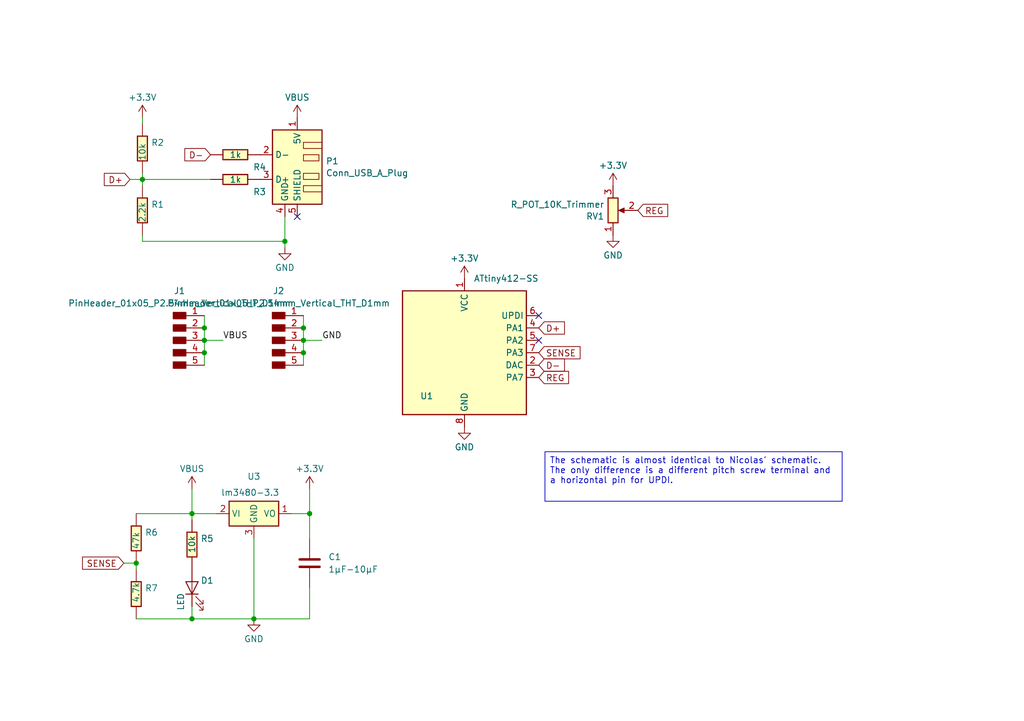
<source format=kicad_sch>
(kicad_sch (version 20231120) (generator "eeschema") (generator_version "8.0")
  (paper "A5")
  (title_block (title "Fabable QC hack with pot") (date "Jan 2024") (rev "2.0") (company "Original design by Nicolas De Coster (ULB)") (comment 1 "With a 3.5mm pitch screw terminal by Andri Sæmundsson ") (comment 2 "QC-Hack redesign"))
  (lib_symbols
    (symbol "Fab:Regulator_Linear_3.3V_100mA_TexasInstruments"
      (property "Reference" "U" (at -5.08 6.35 0))
      (property "Value" "Regulator_Linear_3.3V_100mA_TexasInstruments" (at -5.08 3.81 0))
      (symbol "Regulator_Linear_3.3V_100mA_TexasInstruments_0_1"
        (rectangle (start -5.08 2.54) (end 5.08 -2.54) (stroke (width 0.254)) (fill (type background)))
      )
      (symbol "Regulator_Linear_3.3V_100mA_TexasInstruments_1_1"
        (pin power_out line (at 7.62 0 180) (length 2.54) (name "VO") (number "1"))
        (pin power_in line (at -7.62 0 0) (length 2.54) (name "VI") (number "2"))
        (pin power_in line (at 0 -5.08 90) (length 2.54) (name "GND") (number "3"))
      )
    )
    (symbol "FabLab:C_1206" (pin_numbers hide)
      (property "Reference" "C" (at 0.635 2.54 0))
      (property "Value" "C_1206" (at 0.635 -2.54 0))
      (symbol "C_1206_0_1"
        (polyline (pts (xy -2.032 -0.762) (xy 2.032 -0.762)) (stroke (width 0.508)))
        (polyline (pts (xy -2.032 0.762) (xy 2.032 0.762)) (stroke (width 0.508)))
        (polyline (pts (xy 0 -0.635) (xy 0 -2.54)))
        (polyline (pts (xy 0 0.635) (xy 0 2.54)))
      )
      (symbol "C_1206_1_1"
        (pin passive line (at 0 5.08 270) (length 2.54) (name "~") (number "1"))
        (pin passive line (at 0 -5.08 90) (length 2.54) (name "~") (number "2"))
      )
    )
    (symbol "FabLab:Conn_USB_A_Plug"
      (property "Reference" "P" (at -5.08 8.89 0))
      (property "Value" "Conn_USB_A_Plug" (at 1.27 8.89 0))
      (symbol "Conn_USB_A_Plug_0_1"
        (rectangle (start -5.08 7.62) (end 5.08 -7.62) (stroke (width 0.254)) (fill (type background)))
        (rectangle (start 1.27 -3.81) (end 5.08 -5.08))
        (rectangle (start 1.27 -1.27) (end 4.445 -2.54))
        (rectangle (start 1.27 2.54) (end 4.445 1.27))
        (rectangle (start 1.27 5.08) (end 5.08 3.81))
      )
      (symbol "Conn_USB_A_Plug_1_1"
        (pin power_in line (at 0 10.16 270) (length 2.54) (name "5V") (number "1"))
        (pin bidirectional line (at -7.62 2.54 0) (length 2.54) (name "D-") (number "2"))
        (pin bidirectional line (at -7.62 -2.54 0) (length 2.54) (name "D+") (number "3"))
        (pin power_in line (at -2.54 -10.16 90) (length 2.54) (name "GND") (number "4"))
        (pin passive line (at 0 -10.16 90) (length 2.54) (name "SHIELD") (number "5"))
      )
    )
    (symbol "FabLab:LED_1206" (pin_numbers hide) (pin_names (offset 1.016) hide)
      (property "Reference" "D" (at 0 2.54 0))
      (property "Value" "LED_1206" (at 0 -2.54 0))
      (symbol "LED_1206_0_1"
        (polyline (pts (xy -1.27 -1.27) (xy -1.27 1.27)) (stroke (width 0.2032)))
        (polyline (pts (xy -1.27 0) (xy 1.27 0)))
        (polyline (pts (xy 1.27 -1.27) (xy 1.27 1.27) (xy -1.27 0) (xy 1.27 -1.27)) (stroke (width 0.2032)))
        (polyline (pts (xy -3.048 -0.762) (xy -4.572 -2.286) (xy -3.81 -2.286) (xy -4.572 -2.286) (xy -4.572 -1.524)))
        (polyline (pts (xy -1.778 -0.762) (xy -3.302 -2.286) (xy -2.54 -2.286) (xy -3.302 -2.286) (xy -3.302 -1.524)))
      )
      (symbol "LED_1206_1_1"
        (pin passive line (at -3.81 0 0) (length 2.54) (name "K") (number "1"))
        (pin passive line (at 3.81 0 180) (length 2.54) (name "A") (number "2"))
      )
    )
    (symbol "FabLab:R_1206" (pin_numbers hide) (pin_names (offset 0))
      (property "Reference" "R" (at 2.54 0 90))
      (property "Value" "R_1206" (at -2.54 0 90))
      (symbol "R_1206_0_1"
        (rectangle (start -1.016 -2.54) (end 1.016 2.54) (stroke (width 0.254)) (fill (type background)))
      )
      (symbol "R_1206_1_1"
        (pin passive line (at 0 5.08 270) (length 2.54) (name "~") (number "1"))
        (pin passive line (at 0 -5.08 90) (length 2.54) (name "~") (number "2"))
      )
    )
    (symbol "FabLab:R_POT_10K_Trimmer" (pin_names (offset 1.016) hide)
      (property "Reference" "RV" (at -5.08 0 90))
      (property "Value" "R_POT_10K_Trimmer" (at -2.54 0 90))
      (symbol "R_POT_10K_Trimmer_0_1"
        (polyline (pts (xy 2.54 0) (xy 1.524 0)))
        (polyline (pts (xy 1.143 0) (xy 2.286 0.508) (xy 2.286 -0.508) (xy 1.143 0)) (fill (type outline)))
        (rectangle (start 1.016 2.54) (end -1.016 -2.54) (stroke (width 0.254)) (fill (type background)))
      )
      (symbol "R_POT_10K_Trimmer_1_1"
        (pin passive line (at 0 5.08 270) (length 2.54) (name "1") (number "1"))
        (pin passive line (at 5.08 0 180) (length 2.54) (name "2") (number "2"))
        (pin passive line (at 0 -5.08 90) (length 2.54) (name "3") (number "3"))
      )
    )
    (symbol "MCU_Microchip_ATtiny:ATtiny412-SS"
      (property "Reference" "U1" (at -6.35 -8.89 0))
      (property "Value" "ATtiny412-SS" (at 15.24 15.24 0))
      (symbol "ATtiny412-SS_0_1"
        (rectangle (start -12.7 12.7) (end 12.7 -12.7) (stroke (width 0.254)) (fill (type background)))
      )
      (symbol "ATtiny412-SS_1_1"
        (pin power_in line (at 0 15.24 270) (length 2.54) (name "VCC") (number "1"))
        (pin bidirectional line (at 15.24 -2.54 180) (length 2.54) (name "PA6") (number "2") (alternate "DAC" output line))
        (pin bidirectional line (at 15.24 -5.08 180) (length 2.54) (name "PA7") (number "3"))
        (pin bidirectional line (at 15.24 5.08 180) (length 2.54) (name "PA1") (number "4"))
        (pin bidirectional line (at 15.24 2.54 180) (length 2.54) (name "PA2") (number "5"))
        (pin bidirectional line (at 15.24 7.62 180) (length 2.54) (name "UPDI") (number "6"))
        (pin bidirectional line (at 15.24 0 180) (length 2.54) (name "PA3") (number "7"))
        (pin power_in line (at 0 -15.24 90) (length 2.54) (name "GND") (number "8"))
      )
    )
    (symbol "fab:PinHeader_01x05_P2.54mm_Vertical_THT_D1mm" (pin_names hide)
      (property "Reference" "J" (at 0 7.62 0))
      (property "Value" "PinHeader_01x05_P2.54mm_Vertical_THT_D1mm" (at 0 -7.62 0))
      (symbol "PinHeader_01x05_P2.54mm_Vertical_THT_D1mm_1_1"
        (rectangle (start -1.27 -4.445) (end 1.27 -5.715) (stroke (width 0.254)) (fill (type outline)))
        (rectangle (start -1.27 -1.905) (end 1.27 -3.175) (stroke (width 0.254)) (fill (type outline)))
        (rectangle (start -1.27 0.635) (end 1.27 -0.635) (stroke (width 0.254)) (fill (type outline)))
        (rectangle (start -1.27 3.175) (end 1.27 1.905) (stroke (width 0.254)) (fill (type outline)))
        (rectangle (start -1.27 5.715) (end 1.27 4.445) (stroke (width 0.254)) (fill (type outline)))
        (pin passive line (at 5.08 5.08 180) (length 3.81) (name "Pin_1") (number "1"))
        (pin passive line (at 5.08 2.54 180) (length 3.81) (name "Pin_2") (number "2"))
        (pin passive line (at 5.08 0 180) (length 3.81) (name "Pin_3") (number "3"))
        (pin passive line (at 5.08 -2.54 180) (length 3.81) (name "Pin_4") (number "4"))
        (pin passive line (at 5.08 -5.08 180) (length 3.81) (name "Pin_5") (number "5"))
      )
    )
    (symbol "power:+3.3V" (power) (pin_names (offset 0))
      (property "Value" "+3.3V" (at 0 3.556 0))
      (symbol "+3.3V_0_1"
        (polyline (pts (xy -0.762 1.27) (xy 0 2.54)))
        (polyline (pts (xy 0 0) (xy 0 2.54)))
        (polyline (pts (xy 0 2.54) (xy 0.762 1.27)))
      )
      (symbol "+3.3V_1_1"
        (pin power_in line (at 0 0 90) (length 0) hide (name "+3.3V") (number "1"))
      )
    )
    (symbol "power:GND" (power) (pin_names (offset 0))
      (property "Value" "GND" (at 0 -3.81 0))
      (symbol "GND_0_1"
        (polyline (pts (xy 0 0) (xy 0 -1.27) (xy 1.27 -1.27) (xy 0 -2.54) (xy -1.27 -1.27) (xy 0 -1.27)))
      )
      (symbol "GND_1_1"
        (pin power_in line (at 0 0 270) (length 0) hide (name "GND") (number "1"))
      )
    )
    (symbol "power:VBUS" (power) (pin_names (offset 0))
      (property "Value" "VBUS" (at 0 3.81 0))
      (symbol "VBUS_0_1"
        (polyline (pts (xy -0.762 1.27) (xy 0 2.54)))
        (polyline (pts (xy 0 0) (xy 0 2.54)))
        (polyline (pts (xy 0 2.54) (xy 0.762 1.27)))
      )
      (symbol "VBUS_1_1"
        (pin power_in line (at 0 0 90) (length 0) hide (name "VBUS") (number "1"))
      )
    )
  )
  (junction (at 29.21 36.83))
  (junction (at 62.23 72.39))
  (junction (at 41.91 67.31))
  (junction (at 41.91 72.39))
  (junction (at 39.37 127))
  (junction (at 27.94 115.57))
  (junction (at 39.37 105.41))
  (junction (at 58.42 49.53))
  (junction (at 63.5 105.41))
  (junction (at 62.23 67.31))
  (junction (at 62.23 69.85))
  (junction (at 41.91 69.85))
  (junction (at 52.07 127))
  (no_connect (at 110.49 69.85))
  (no_connect (at 110.49 64.77))
  (no_connect (at 60.96 44.45))
  (wire (pts (xy 41.91 64.77) (xy 41.91 67.31)))
  (wire (pts (xy 39.37 127) (xy 52.07 127)))
  (wire (pts (xy 39.37 106.68) (xy 39.37 105.41)))
  (wire (pts (xy 39.37 105.41) (xy 44.45 105.41)))
  (wire (pts (xy 62.23 69.85) (xy 62.23 72.39)))
  (wire (pts (xy 52.07 110.49) (xy 52.07 127)))
  (wire (pts (xy 26.67 36.83) (xy 29.21 36.83)))
  (wire (pts (xy 29.21 24.13) (xy 29.21 25.4)))
  (wire (pts (xy 39.37 100.33) (xy 39.37 105.41)))
  (wire (pts (xy 27.94 127) (xy 39.37 127)))
  (wire (pts (xy 63.5 105.41) (xy 63.5 110.49)))
  (wire (pts (xy 41.91 72.39) (xy 41.91 74.93)))
  (wire (pts (xy 63.5 100.33) (xy 63.5 105.41)))
  (wire (pts (xy 39.37 124.46) (xy 39.37 127)))
  (wire (pts (xy 58.42 44.45) (xy 58.42 49.53)))
  (wire (pts (xy 63.5 127) (xy 52.07 127)))
  (wire (pts (xy 41.91 67.31) (xy 41.91 69.85)))
  (wire (pts (xy 27.94 115.57) (xy 27.94 116.84)))
  (wire (pts (xy 29.21 48.26) (xy 29.21 49.53)))
  (wire (pts (xy 62.23 67.31) (xy 62.23 69.85)))
  (wire (pts (xy 25.4 115.57) (xy 27.94 115.57)))
  (wire (pts (xy 29.21 36.83) (xy 43.18 36.83)))
  (wire (pts (xy 62.23 72.39) (xy 62.23 74.93)))
  (wire (pts (xy 41.91 69.85) (xy 41.91 72.39)))
  (wire (pts (xy 29.21 49.53) (xy 58.42 49.53)))
  (wire (pts (xy 29.21 35.56) (xy 29.21 36.83)))
  (wire (pts (xy 62.23 64.77) (xy 62.23 67.31)))
  (wire (pts (xy 59.69 105.41) (xy 63.5 105.41)))
  (wire (pts (xy 29.21 36.83) (xy 29.21 38.1)))
  (wire (pts (xy 62.23 69.85) (xy 66.04 69.85)))
  (wire (pts (xy 39.37 105.41) (xy 27.94 105.41)))
  (wire (pts (xy 63.5 120.65) (xy 63.5 127)))
  (wire (pts (xy 41.91 69.85) (xy 45.72 69.85)))
  (wire (pts (xy 58.42 49.53) (xy 58.42 50.8)))
  (text_box "The schematic is almost identical to Nicolas' schematic. The only difference is a different pitch screw terminal and a horizontal pin for UPDI." (at 111.76 92.71 0) (size 60.96 10.16) (effects (font (size 1.27 1.27)) (justify left top)))
  (label "VBUS" (at 45.72 69.85 0))
  (label "GND" (at 66.04 69.85 0))
  (global_label "D-" (shape input) (at 43.18 31.75 180) (property "Intersheetrefs" "${INTERSHEET_REFS}" (effects (hide yes))))
  (global_label "SENSE" (shape input) (at 110.49 72.39 0) (property "Intersheetrefs" "${INTERSHEET_REFS}" (effects (hide yes))))
  (global_label "REG" (shape input) (at 110.49 77.47 0) (property "Intersheetrefs" "${INTERSHEET_REFS}" (effects (hide yes))))
  (global_label "REG" (shape input) (at 130.81 43.18 0) (property "Intersheetrefs" "${INTERSHEET_REFS}" (effects (hide yes))))
  (global_label "D+" (shape input) (at 26.67 36.83 180) (property "Intersheetrefs" "${INTERSHEET_REFS}" (effects (hide yes))))
  (global_label "D+" (shape input) (at 110.49 67.31 0) (property "Intersheetrefs" "${INTERSHEET_REFS}" (effects (hide yes))))
  (global_label "SENSE" (shape input) (at 25.4 115.57 180) (property "Intersheetrefs" "${INTERSHEET_REFS}" (effects (hide yes))))
  (global_label "D-" (shape input) (at 110.49 74.93 0) (property "Intersheetrefs" "${INTERSHEET_REFS}" (effects (hide yes))))
  (symbol (lib_id "FabLab:R_1206") (at 27.94 121.92 0) (unit 1)
    (property "Reference" "R7" (at 29.718 120.7079 0) (effects (justify left)))
    (property "Value" "4.7k" (at 27.94 123.698 90) (effects (justify left)))
    (property "Footprint" "fab:R_1206" (effects (hide yes)))
  )
  (symbol (lib_id "FabLab:R_1206") (at 48.26 36.83 90) (unit 1)
    (property "Reference" "R3" (at 54.61 39.37 90) (effects (justify left)))
    (property "Value" "1k" (at 49.53 36.83 90) (effects (justify left)))
    (property "Footprint" "fab:R_1206" (effects (hide yes)))
  )
  (symbol (lib_id "FabLab:C_1206") (at 63.5 115.57 0) (unit 1)
    (property "Reference" "C1" (at 67.31 114.2999 0) (effects (justify left)))
    (property "Value" "1µF-10µF" (at 67.31 116.8399 0) (effects (justify left)))
    (property "Footprint" "fab:C_1206" (effects (hide yes)))
    (property "Datasheet" "https://www.yageo.com/upload/media/product/productsearch/datasheet/mlcc/UPY-GP_NP0_16V-to-50V_18.pdf" (effects (hide yes)))
  )
  (symbol (lib_id "power:GND") (at 95.25 87.63 0) (unit 1)
    (property "Reference" "#PWR02" (effects (hide yes)))
    (property "Value" "GND" (at 95.25 91.7631 0))
  )
  (symbol (lib_id "FabLab:Conn_USB_A_Plug") (at 60.96 34.29 0) (unit 1)
    (property "Reference" "P1" (at 66.802 33.0779 0) (effects (justify left)))
    (property "Value" "Conn_USB_A_Plug" (at 66.802 35.5021 0) (effects (justify left)))
    (property "Footprint" "fab:Conn_USB_A_Plug" (effects (hide yes)))
    (property "Datasheet" "https://app.adam-tech.com/products/download/data_sheet/195859/usb-ap-s-ra-smt-data-sheet.pdf" (effects (hide yes)))
  )
  (symbol (lib_id "MCU_Microchip_ATtiny:ATtiny412-SS") (at 95.25 72.39 0) (unit 1)
    (property "Reference" "U1" (at 88.9 81.28 0) (effects (justify right)))
    (property "Value" "ATtiny412-SS" (at 110.49 57.15 0) (effects (justify right)))
    (property "Footprint" "fab:SOIC-8_3.9x4.9mm_P1.27mm" (effects (hide yes)))
    (property "Datasheet" "http://ww1.microchip.com/downloads/en/DeviceDoc/40001911A.pdf" (effects (hide yes)))
    (pin "2" (alternate "DAC"))
  )
  (symbol (lib_id "FabLab:LED_1206") (at 39.37 120.65 90) (unit 1)
    (property "Reference" "D1" (at 41.148 119.126 90) (effects (justify right)))
    (property "Value" "LED" (at 37.084 121.666 0) (effects (justify right)))
    (property "Footprint" "fab:LED_1206" (effects (hide yes)))
    (property "Datasheet" "https://optoelectronics.liteon.com/upload/download/DS-22-98-0002/LTST-C150CKT.pdf" (effects (hide yes)))
  )
  (symbol (lib_id "power:VBUS") (at 39.37 100.33 0) (unit 1)
    (property "Reference" "#PWR03" (effects (hide yes)))
    (property "Value" "VBUS" (at 39.37 96.1969 0))
  )
  (symbol (lib_id "FabLab:R_1206") (at 27.94 110.49 0) (unit 1)
    (property "Reference" "R6" (at 29.718 109.2779 0) (effects (justify left)))
    (property "Value" "47k" (at 27.94 112.776 90) (effects (justify left)))
    (property "Footprint" "fab:R_1206" (effects (hide yes)))
  )
  (symbol (lib_id "Fab:Regulator_Linear_3.3V_100mA_TexasInstruments") (at 52.07 105.41 0) (unit 1)
    (property "Reference" "U3" (at 52.07 97.79 0))
    (property "Value" "lm3480-3.3" (at 51.308 101.092 0))
    (property "Footprint" "fab:SOT-23-3" (effects (hide yes)))
    (property "Datasheet" "https://www.ti.com/lit/ds/symlink/lm3480.pdf" (effects (hide yes)))
  )
  (symbol (lib_id "power:+3.3V") (at 125.73 38.1 0) (unit 1)
    (property "Reference" "#PWR09" (effects (hide yes)))
    (property "Value" "+3.3V" (at 125.73 33.9669 0))
  )
  (symbol (lib_id "FabLab:R_1206") (at 39.37 111.76 0) (unit 1)
    (property "Reference" "R5" (at 41.148 110.5479 0) (effects (justify left)))
    (property "Value" "10k" (at 39.37 113.538 90) (effects (justify left)))
    (property "Footprint" "fab:R_1206" (effects (hide yes)))
  )
  (symbol (lib_id "FabLab:R_1206") (at 29.21 30.48 0) (unit 1)
    (property "Reference" "R2" (at 30.988 29.2679 0) (effects (justify left)))
    (property "Value" "10k" (at 29.21 33.02 90) (effects (justify left)))
    (property "Footprint" "fab:R_1206" (effects (hide yes)))
  )
  (symbol (lib_id "fab:PinHeader_01x05_P2.54mm_Vertical_THT_D1mm") (at 36.83 69.85 0) (unit 1)
    (property "Reference" "J1" (at 36.83 59.69 0))
    (property "Value" "PinHeader_01x05_P2.54mm_Vertical_THT_D1mm" (at 36.83 62.23 0))
    (property "Footprint" "fab:PinHeader_01x05_P2.54mm_Vertical_THT_D1mm" (effects (hide yes)))
    (property "Description" "Male connector, single row" (effects (hide yes)))
  )
  (symbol (lib_id "power:GND") (at 58.42 50.8 0) (unit 1)
    (property "Reference" "#PWR08" (effects (hide yes)))
    (property "Value" "GND" (at 58.42 54.9331 0))
  )
  (symbol (lib_id "FabLab:R_POT_10K_Trimmer") (at 125.73 43.18 0) (mirror x) (unit 1)
    (property "Reference" "RV1" (at 123.9521 44.3921 0) (effects (justify right)))
    (property "Value" "R_POT_10K_Trimmer" (at 123.9521 41.9679 0) (effects (justify right)))
    (property "Footprint" "fab:Potentiometer_TT_Model-23_4.5x5.0x3.0mm" (effects (hide yes)))
    (property "Datasheet" "https://www.ttelectronics.com/TTElectronics/media/ProductFiles/Trimmers/Datasheets/23.pdf" (effects (hide yes)))
  )
  (symbol (lib_id "FabLab:R_1206") (at 48.26 31.75 90) (unit 1)
    (property "Reference" "R4" (at 54.61 34.29 90) (effects (justify left)))
    (property "Value" "1k" (at 49.53 31.75 90) (effects (justify left)))
    (property "Footprint" "fab:R_1206" (effects (hide yes)))
  )
  (symbol (lib_id "power:VBUS") (at 60.96 24.13 0) (unit 1)
    (property "Reference" "#PWR07" (effects (hide yes)))
    (property "Value" "VBUS" (at 60.96 19.9969 0))
  )
  (symbol (lib_id "power:+3.3V") (at 29.21 24.13 0) (unit 1)
    (property "Reference" "#PWR012" (effects (hide yes)))
    (property "Value" "+3.3V" (at 29.21 19.9969 0))
  )
  (symbol (lib_id "power:GND") (at 125.73 48.26 0) (unit 1)
    (property "Reference" "#PWR013" (effects (hide yes)))
    (property "Value" "GND" (at 125.73 52.3931 0))
  )
  (symbol (lib_id "FabLab:R_1206") (at 29.21 43.18 0) (unit 1)
    (property "Reference" "R1" (at 30.988 41.9679 0) (effects (justify left)))
    (property "Value" "2.2k" (at 29.21 45.72 90) (effects (justify left)))
    (property "Footprint" "fab:R_1206" (effects (hide yes)))
  )
  (symbol (lib_id "power:+3.3V") (at 63.5 100.33 0) (unit 1)
    (property "Reference" "#PWR05" (effects (hide yes)))
    (property "Value" "+3.3V" (at 63.5 96.1969 0))
  )
  (symbol (lib_id "power:GND") (at 52.07 127 0) (unit 1)
    (property "Reference" "#PWR04" (effects (hide yes)))
    (property "Value" "GND" (at 52.07 131.1331 0))
  )
  (symbol (lib_id "power:+3.3V") (at 95.25 57.15 0) (unit 1)
    (property "Reference" "#PWR01" (effects (hide yes)))
    (property "Value" "+3.3V" (at 95.25 53.0169 0))
  )
  (symbol (lib_id "fab:PinHeader_01x05_P2.54mm_Vertical_THT_D1mm") (at 57.15 69.85 0) (unit 1)
    (property "Reference" "J2" (at 57.15 59.69 0))
    (property "Value" "PinHeader_01x05_P2.54mm_Vertical_THT_D1mm" (at 57.15 62.23 0))
    (property "Footprint" "fab:PinHeader_01x05_P2.54mm_Vertical_THT_D1mm" (effects (hide yes)))
    (property "Description" "Male connector, single row" (effects (hide yes)))
  )
)
</source>
